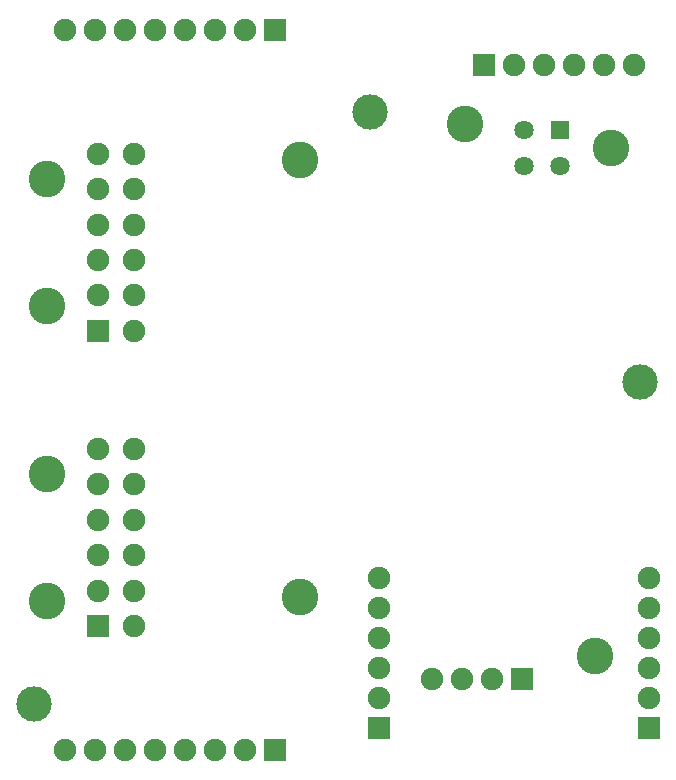
<source format=gbs>
G04*
G04 #@! TF.GenerationSoftware,Altium Limited,Altium Designer,20.2.6 (244)*
G04*
G04 Layer_Color=16711935*
%FSLAX25Y25*%
%MOIN*%
G70*
G04*
G04 #@! TF.SameCoordinates,23E3F134-E155-4AF0-B130-1C61D597126F*
G04*
G04*
G04 #@! TF.FilePolarity,Negative*
G04*
G01*
G75*
%ADD32C,0.11811*%
%ADD33C,0.07480*%
%ADD34R,0.07480X0.07480*%
%ADD35R,0.07480X0.07480*%
%ADD36C,0.12205*%
%ADD37C,0.06417*%
%ADD38R,0.06417X0.06417*%
D32*
X125984Y220472D02*
D03*
X13780Y23228D02*
D03*
X215748Y130709D02*
D03*
D33*
X24054Y248031D02*
D03*
X34054D02*
D03*
X84054Y248031D02*
D03*
X74054D02*
D03*
X64054D02*
D03*
X54053Y248032D02*
D03*
X44054Y248031D02*
D03*
X128741Y25157D02*
D03*
Y35157D02*
D03*
Y45157D02*
D03*
X128740Y55158D02*
D03*
X128740Y65158D02*
D03*
X146417Y31496D02*
D03*
X156417D02*
D03*
X166417D02*
D03*
X47047Y49213D02*
D03*
X35236Y61024D02*
D03*
X47047D02*
D03*
X35236Y72835D02*
D03*
X47047D02*
D03*
X35236Y84646D02*
D03*
X47047D02*
D03*
X35236Y96457D02*
D03*
X47047D02*
D03*
X35236Y108268D02*
D03*
X47047D02*
D03*
X47047Y147638D02*
D03*
X35236Y159449D02*
D03*
X47047D02*
D03*
X35236Y171260D02*
D03*
X47047D02*
D03*
X35236Y183071D02*
D03*
X47047D02*
D03*
X35236Y194882D02*
D03*
X47047D02*
D03*
X35236Y206693D02*
D03*
X47047D02*
D03*
X213977Y236221D02*
D03*
X203977Y236220D02*
D03*
X193976Y236221D02*
D03*
X183976D02*
D03*
X173976D02*
D03*
X24054Y7874D02*
D03*
X34054D02*
D03*
X84054Y7874D02*
D03*
X74054D02*
D03*
X64054D02*
D03*
X54053Y7874D02*
D03*
X44054Y7874D02*
D03*
X218741Y25157D02*
D03*
Y35157D02*
D03*
Y45157D02*
D03*
X218740Y55158D02*
D03*
X218740Y65158D02*
D03*
D34*
X94054Y248031D02*
D03*
X176417Y31496D02*
D03*
X163976Y236221D02*
D03*
X94054Y7874D02*
D03*
D35*
X128741Y15157D02*
D03*
X35236Y49213D02*
D03*
X35236Y147638D02*
D03*
X218741Y15157D02*
D03*
D36*
X157480Y216535D02*
D03*
X18307Y99803D02*
D03*
Y57677D02*
D03*
X206142Y208661D02*
D03*
X18307Y198228D02*
D03*
Y156102D02*
D03*
X102362Y204724D02*
D03*
Y59055D02*
D03*
X200787Y39370D02*
D03*
D37*
X177323Y202756D02*
D03*
Y214567D02*
D03*
X189134Y202756D02*
D03*
D38*
Y214567D02*
D03*
M02*

</source>
